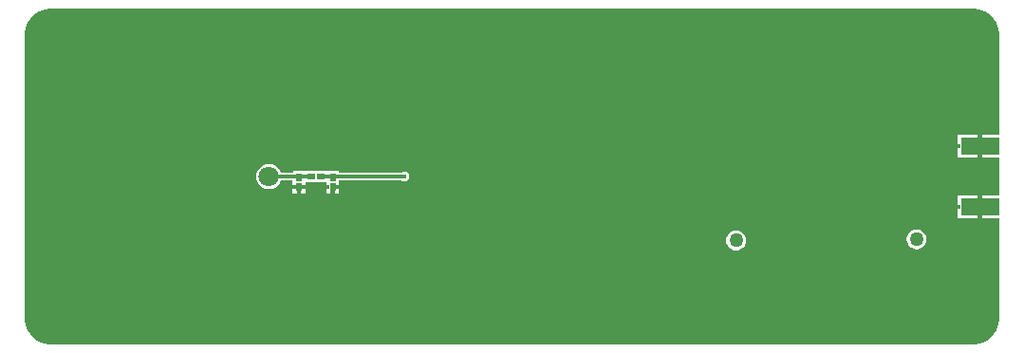
<source format=gbr>
G04*
G04 #@! TF.GenerationSoftware,Altium Limited,Altium Designer,24.9.1 (31)*
G04*
G04 Layer_Physical_Order=4*
G04 Layer_Color=16711680*
%FSLAX25Y25*%
%MOIN*%
G70*
G04*
G04 #@! TF.SameCoordinates,BE83DA22-E0C5-4DDF-BF2C-7847B46FCBB1*
G04*
G04*
G04 #@! TF.FilePolarity,Positive*
G04*
G01*
G75*
%ADD17R,0.02598X0.02441*%
%ADD18R,0.02441X0.02598*%
%ADD25R,0.13780X0.05906*%
%ADD52C,0.01575*%
%ADD54C,0.01181*%
%ADD57C,0.07087*%
%ADD58C,0.21654*%
%ADD59C,0.01772*%
%ADD60C,0.05000*%
G36*
X332677Y118110D02*
X333647Y118110D01*
X335548Y117732D01*
X337339Y116990D01*
X338951Y115913D01*
X340322Y114542D01*
X341400Y112930D01*
X342141Y111139D01*
X342520Y109237D01*
X342520Y108268D01*
X342520D01*
X342520Y108268D01*
X342520Y73638D01*
X336380D01*
Y72518D01*
X334880D01*
Y73638D01*
X327740D01*
Y70435D01*
X328860D01*
Y68935D01*
X327740D01*
Y65732D01*
X334880D01*
Y66852D01*
X336380D01*
Y65732D01*
X342520D01*
Y52378D01*
X336380D01*
Y51258D01*
X334880D01*
Y52378D01*
X327740D01*
Y49175D01*
X328860D01*
Y47675D01*
X327740D01*
Y44472D01*
X334880D01*
Y45592D01*
X336380D01*
Y44472D01*
X342520D01*
X342520Y9843D01*
X342520Y8873D01*
X342141Y6972D01*
X341400Y5180D01*
X340322Y3568D01*
X338951Y2197D01*
X337339Y1120D01*
X335548Y378D01*
X333646Y-0D01*
X332677Y0D01*
X9843D01*
X8873Y-0D01*
X6972Y378D01*
X5180Y1120D01*
X3568Y2197D01*
X2197Y3568D01*
X1120Y5180D01*
X378Y6972D01*
X0Y8873D01*
X0Y9843D01*
X0Y9843D01*
Y108268D01*
Y109237D01*
X378Y111139D01*
X1120Y112930D01*
X2197Y114542D01*
X3568Y115913D01*
X5180Y116990D01*
X6972Y117732D01*
X8873Y118110D01*
X9843D01*
X9843Y118110D01*
X332677Y118110D01*
D02*
G37*
%LPC*%
G36*
X85827Y63503D02*
X84676Y63351D01*
X83603Y62907D01*
X82682Y62200D01*
X81975Y61279D01*
X81531Y60206D01*
X81379Y59055D01*
X81531Y57904D01*
X81975Y56831D01*
X82682Y55910D01*
X83603Y55203D01*
X84676Y54759D01*
X85827Y54608D01*
X86978Y54759D01*
X88051Y55203D01*
X88972Y55910D01*
X89678Y56831D01*
X89984Y57570D01*
X94236D01*
Y56104D01*
X95356D01*
Y54604D01*
X94236D01*
Y53055D01*
X95707D01*
Y54175D01*
X97207D01*
Y53055D01*
X98677D01*
Y54604D01*
X97557D01*
Y56104D01*
X98677D01*
Y56968D01*
X106047D01*
Y56104D01*
X107167D01*
Y54604D01*
X106047D01*
Y53055D01*
X107518D01*
Y54175D01*
X109018D01*
Y53055D01*
X110488D01*
Y54604D01*
X109368D01*
Y56104D01*
X110488D01*
Y57570D01*
X132534D01*
X132781Y57405D01*
X133465Y57269D01*
X134148Y57405D01*
X134728Y57792D01*
X135115Y58372D01*
X135251Y59055D01*
X135115Y59739D01*
X134728Y60318D01*
X134148Y60705D01*
X133465Y60841D01*
X132781Y60705D01*
X132534Y60540D01*
X110354D01*
Y60984D01*
X106260D01*
Y61142D01*
X98465D01*
Y60984D01*
X94370D01*
Y60540D01*
X89984D01*
X89678Y61279D01*
X88972Y62200D01*
X88051Y62907D01*
X86978Y63351D01*
X85827Y63503D01*
D02*
G37*
G36*
X313386Y40538D02*
X312472Y40418D01*
X311621Y40065D01*
X310890Y39504D01*
X310329Y38773D01*
X309976Y37922D01*
X309856Y37008D01*
X309976Y36094D01*
X310329Y35243D01*
X310890Y34512D01*
X311621Y33951D01*
X312472Y33598D01*
X313386Y33478D01*
X314300Y33598D01*
X315151Y33951D01*
X315882Y34512D01*
X316443Y35243D01*
X316796Y36094D01*
X316916Y37008D01*
X316796Y37922D01*
X316443Y38773D01*
X315882Y39504D01*
X315151Y40065D01*
X314300Y40418D01*
X313386Y40538D01*
D02*
G37*
G36*
X250000Y40144D02*
X249086Y40024D01*
X248235Y39671D01*
X247504Y39110D01*
X246943Y38379D01*
X246590Y37528D01*
X246470Y36614D01*
X246590Y35701D01*
X246943Y34849D01*
X247504Y34118D01*
X248235Y33557D01*
X249086Y33204D01*
X250000Y33084D01*
X250914Y33204D01*
X251765Y33557D01*
X252496Y34118D01*
X253057Y34849D01*
X253410Y35701D01*
X253530Y36614D01*
X253410Y37528D01*
X253057Y38379D01*
X252496Y39110D01*
X251765Y39671D01*
X250914Y40024D01*
X250000Y40144D01*
D02*
G37*
%LPD*%
D17*
X100630Y59055D02*
D03*
X104095D02*
D03*
D18*
X96457Y58819D02*
D03*
Y55354D02*
D03*
X108268Y58819D02*
D03*
Y55354D02*
D03*
D25*
X335630Y69685D02*
D03*
Y48425D02*
D03*
D52*
X341600Y54400D02*
D03*
X154500Y29000D02*
D03*
X148500Y28000D02*
D03*
X112000Y54000D02*
D03*
X104500D02*
D03*
X108500Y51000D02*
D03*
X100500Y53500D02*
D03*
X93000Y54000D02*
D03*
X96500Y51500D02*
D03*
X177500Y53500D02*
D03*
X171000D02*
D03*
X174000Y52500D02*
D03*
X177500Y65000D02*
D03*
X171000D02*
D03*
X174000Y65500D02*
D03*
X282500Y65000D02*
D03*
X276000D02*
D03*
X279000Y65500D02*
D03*
X282500Y53500D02*
D03*
X276000D02*
D03*
X279000Y52500D02*
D03*
X212500Y65000D02*
D03*
X206000D02*
D03*
X209000Y65500D02*
D03*
X206000Y53000D02*
D03*
X213000Y53500D02*
D03*
X209000Y52500D02*
D03*
X151500Y56300D02*
D03*
X153936Y56251D02*
D03*
X156508Y56149D02*
D03*
X159083D02*
D03*
X160492Y53993D02*
D03*
X161061Y51482D02*
D03*
X160981Y48909D02*
D03*
X160157Y46469D02*
D03*
X158592Y44425D02*
D03*
X156441Y43011D02*
D03*
X153894Y42633D02*
D03*
X151355Y43064D02*
D03*
X148853Y42458D02*
D03*
X146383Y43185D02*
D03*
X144278Y44668D02*
D03*
X142821Y46790D02*
D03*
X142133Y49272D02*
D03*
X142089Y51846D02*
D03*
X142670Y54354D02*
D03*
X144517Y56149D02*
D03*
X147092D02*
D03*
X149200Y56100D02*
D03*
X192475Y61476D02*
D03*
X192015Y58943D02*
D03*
X202903Y56730D02*
D03*
X205455Y56385D02*
D03*
X205720Y61725D02*
D03*
X203169Y61380D02*
D03*
X178359Y61725D02*
D03*
X179341Y56538D02*
D03*
X189444Y56973D02*
D03*
X189678Y59537D02*
D03*
X285346Y61380D02*
D03*
X282795Y61725D02*
D03*
X282441Y56385D02*
D03*
X284993Y56730D02*
D03*
X295055Y56973D02*
D03*
X295288Y59537D02*
D03*
X340310Y63694D02*
D03*
X337736D02*
D03*
X335161D02*
D03*
X332586D02*
D03*
X330011D02*
D03*
X327499Y63127D02*
D03*
X325608Y61380D02*
D03*
X323033D02*
D03*
X320480Y61716D02*
D03*
X317908Y61824D02*
D03*
X315333Y61864D02*
D03*
X312760Y61962D02*
D03*
X310186D02*
D03*
X307651Y61510D02*
D03*
X297716Y60790D02*
D03*
X297625Y58217D02*
D03*
X306804Y56586D02*
D03*
X309341Y56149D02*
D03*
X311915Y56214D02*
D03*
X314489Y56149D02*
D03*
X322180Y56730D02*
D03*
X324755D02*
D03*
X327128Y55731D02*
D03*
X329342Y54416D02*
D03*
X331917D02*
D03*
X334492D02*
D03*
X337066D02*
D03*
X339300Y54400D02*
D03*
X233890Y62115D02*
D03*
X231316Y62178D02*
D03*
X228814Y61568D02*
D03*
X226283Y62040D02*
D03*
X223784Y61419D02*
D03*
X221268Y61962D02*
D03*
X218693D02*
D03*
X216119Y61886D02*
D03*
X213549Y61725D02*
D03*
X213985Y56460D02*
D03*
X216541Y56149D02*
D03*
X219116Y56153D02*
D03*
X221691Y56149D02*
D03*
X229343Y56501D02*
D03*
X231854Y55932D02*
D03*
X234429D02*
D03*
X236995Y56150D02*
D03*
X239533Y56582D02*
D03*
X242108D02*
D03*
X244335Y57873D02*
D03*
X244293Y60448D02*
D03*
X236860Y62050D02*
D03*
X84229Y64053D02*
D03*
X82048Y62684D02*
D03*
X80781Y60443D02*
D03*
X80717Y57869D02*
D03*
X81900Y55582D02*
D03*
X84032Y54138D02*
D03*
X86594Y53882D02*
D03*
X88969Y54875D02*
D03*
X90755Y56730D02*
D03*
X93330D02*
D03*
X100884Y56149D02*
D03*
X103458D02*
D03*
X110994Y56730D02*
D03*
X113568D02*
D03*
X116143D02*
D03*
X118718D02*
D03*
X121293D02*
D03*
X123868D02*
D03*
X126443D02*
D03*
X129017D02*
D03*
X131592D02*
D03*
X134162Y56577D02*
D03*
X136732Y56730D02*
D03*
X136857Y54158D02*
D03*
X137439Y51650D02*
D03*
X137528Y49077D02*
D03*
X137987Y46543D02*
D03*
X138986Y44170D02*
D03*
X140466Y42063D02*
D03*
X142328Y40285D02*
D03*
X148668Y36188D02*
D03*
Y33613D02*
D03*
X148689Y31039D02*
D03*
X154481Y31839D02*
D03*
X154337Y34409D02*
D03*
X154481Y36980D02*
D03*
X159117Y39192D02*
D03*
X161243Y40645D02*
D03*
X163044Y42484D02*
D03*
X164428Y44656D02*
D03*
X165292Y47081D02*
D03*
X165665Y49629D02*
D03*
X165711Y52203D02*
D03*
X166292Y54712D02*
D03*
X167891Y56730D02*
D03*
X170443Y56385D02*
D03*
X170863Y61725D02*
D03*
X168312Y61380D02*
D03*
X165737D02*
D03*
X163197Y61804D02*
D03*
X160626Y61939D02*
D03*
X158051Y61962D02*
D03*
X155477D02*
D03*
X147788D02*
D03*
X145213D02*
D03*
X142638D02*
D03*
X140068Y61804D02*
D03*
X137522Y61424D02*
D03*
X134947Y61380D02*
D03*
X132372D02*
D03*
X129798D02*
D03*
X127223D02*
D03*
X124648D02*
D03*
X122073D02*
D03*
X119498D02*
D03*
X116924D02*
D03*
X114349D02*
D03*
X111774D02*
D03*
X109234Y61804D02*
D03*
X106661Y61727D02*
D03*
X104096Y61962D02*
D03*
X101522D02*
D03*
X98948Y61885D02*
D03*
X96374Y61804D02*
D03*
X93835Y61380D02*
D03*
X91260D02*
D03*
X89265Y63008D02*
D03*
X86972Y64179D02*
D03*
X256093Y67158D02*
D03*
X253558Y66708D02*
D03*
X250984Y66647D02*
D03*
X248409D02*
D03*
X246554Y64861D02*
D03*
X246964Y62319D02*
D03*
X259694Y61284D02*
D03*
X262269Y61267D02*
D03*
X264844D02*
D03*
X267411Y61465D02*
D03*
X268235Y59026D02*
D03*
X270155Y57311D02*
D03*
X272664Y56730D02*
D03*
X275215Y56385D02*
D03*
X275900Y61800D02*
D03*
X273570Y61380D02*
D03*
X271760Y63212D02*
D03*
X270328Y65352D02*
D03*
X267978Y66404D02*
D03*
X265493Y67080D02*
D03*
X262919Y67015D02*
D03*
X260346Y67080D02*
D03*
X258300Y67100D02*
D03*
D54*
X108504Y59055D02*
X133465D01*
X108268Y58819D02*
X108504Y59055D01*
X108031D02*
X108268Y58819D01*
X104095Y59055D02*
X108031D01*
X96693D02*
X100630D01*
X96457Y58819D02*
X96693Y59055D01*
X96220D02*
X96457Y58819D01*
X85827Y59055D02*
X96220D01*
D57*
X85827D02*
D03*
D58*
X322835Y19685D02*
D03*
Y98425D02*
D03*
X15748Y59055D02*
D03*
D59*
X257874Y49213D02*
D03*
X334646Y108268D02*
D03*
Y84646D02*
D03*
Y37402D02*
D03*
Y13779D02*
D03*
X328740Y1968D02*
D03*
X322834Y84646D02*
D03*
X316929Y72834D02*
D03*
Y1968D02*
D03*
X311023Y108268D02*
D03*
X305118Y96457D02*
D03*
X311023Y84646D02*
D03*
X305118Y72834D02*
D03*
Y49213D02*
D03*
X311023Y13779D02*
D03*
X305118Y1968D02*
D03*
X299213Y108268D02*
D03*
X293307Y96457D02*
D03*
X299213Y84646D02*
D03*
X293307Y72834D02*
D03*
Y49213D02*
D03*
Y1968D02*
D03*
X287402Y108268D02*
D03*
Y84646D02*
D03*
X281496Y72834D02*
D03*
Y49213D02*
D03*
Y1968D02*
D03*
X275590Y108268D02*
D03*
Y84646D02*
D03*
X269685Y72834D02*
D03*
Y49213D02*
D03*
Y1968D02*
D03*
X263779Y108268D02*
D03*
X257874Y96457D02*
D03*
X263779Y84646D02*
D03*
X257874Y72834D02*
D03*
X263779Y13779D02*
D03*
X257874Y1968D02*
D03*
X251968Y108268D02*
D03*
X246063Y96457D02*
D03*
X251968Y84646D02*
D03*
X246063Y72834D02*
D03*
Y49213D02*
D03*
Y1968D02*
D03*
X240157Y108268D02*
D03*
X234252Y96457D02*
D03*
X240157Y84646D02*
D03*
X234252Y72834D02*
D03*
Y49213D02*
D03*
Y25591D02*
D03*
Y1968D02*
D03*
X228346Y108268D02*
D03*
X222441Y96457D02*
D03*
X228346Y84646D02*
D03*
X222441Y72834D02*
D03*
Y49213D02*
D03*
Y25591D02*
D03*
Y1968D02*
D03*
X216535Y108268D02*
D03*
X210630Y96457D02*
D03*
X216535Y84646D02*
D03*
X210630Y72834D02*
D03*
Y49213D02*
D03*
X216535Y37402D02*
D03*
X210630Y25591D02*
D03*
Y1968D02*
D03*
X204724Y108268D02*
D03*
X198819Y96457D02*
D03*
X204724Y84646D02*
D03*
X198819Y72834D02*
D03*
Y49213D02*
D03*
X204724Y37402D02*
D03*
X198819Y25591D02*
D03*
Y1968D02*
D03*
X192913Y108268D02*
D03*
X187008Y96457D02*
D03*
X192913Y84646D02*
D03*
X187008Y72834D02*
D03*
Y49213D02*
D03*
X192913Y37402D02*
D03*
X187008Y25591D02*
D03*
X192913Y13779D02*
D03*
X187008Y1968D02*
D03*
X181102Y108268D02*
D03*
X175197Y96457D02*
D03*
X181102Y84646D02*
D03*
X175197Y72834D02*
D03*
Y49213D02*
D03*
X181102Y37402D02*
D03*
X175197Y25591D02*
D03*
X181102Y13779D02*
D03*
X175197Y1968D02*
D03*
X169291Y108268D02*
D03*
Y84646D02*
D03*
X163386Y72834D02*
D03*
X169291Y37402D02*
D03*
X163386Y25591D02*
D03*
X169291Y13779D02*
D03*
X163386Y1968D02*
D03*
X157480Y108268D02*
D03*
Y84646D02*
D03*
X151575Y72834D02*
D03*
Y49213D02*
D03*
X157480Y37402D02*
D03*
X151575Y25591D02*
D03*
X157480Y13779D02*
D03*
X151575Y1968D02*
D03*
X145669Y108268D02*
D03*
X139764Y96457D02*
D03*
X145669Y84646D02*
D03*
X139764Y72834D02*
D03*
X145669Y37402D02*
D03*
X139764Y25591D02*
D03*
X145669Y13779D02*
D03*
X139764Y1968D02*
D03*
X133858Y108268D02*
D03*
Y84646D02*
D03*
X127953Y72834D02*
D03*
Y49213D02*
D03*
X133858Y37402D02*
D03*
Y13779D02*
D03*
X127953Y1968D02*
D03*
X116142Y72834D02*
D03*
Y49213D02*
D03*
Y1968D02*
D03*
X104331Y72834D02*
D03*
Y49213D02*
D03*
Y1968D02*
D03*
X98425Y108268D02*
D03*
X92520Y96457D02*
D03*
X98425Y84646D02*
D03*
X92520Y72834D02*
D03*
Y49213D02*
D03*
X98425Y37402D02*
D03*
X92520Y25591D02*
D03*
X98425Y13779D02*
D03*
X92520Y1968D02*
D03*
X86614Y108268D02*
D03*
X80709Y96457D02*
D03*
X86614Y84646D02*
D03*
X80709Y72834D02*
D03*
Y49213D02*
D03*
X86614Y37402D02*
D03*
X80709Y25591D02*
D03*
X86614Y13779D02*
D03*
X80709Y1968D02*
D03*
X74803Y108268D02*
D03*
X68898Y96457D02*
D03*
X74803Y84646D02*
D03*
X68898Y72834D02*
D03*
X74803Y61023D02*
D03*
X68898Y49213D02*
D03*
X74803Y37402D02*
D03*
X68898Y25591D02*
D03*
X74803Y13779D02*
D03*
X68898Y1968D02*
D03*
X62992Y108268D02*
D03*
Y84646D02*
D03*
X57087Y72834D02*
D03*
X62992Y61023D02*
D03*
X57087Y49213D02*
D03*
X62992Y37402D02*
D03*
Y13779D02*
D03*
X57087Y1968D02*
D03*
X45276Y72834D02*
D03*
X51181Y61023D02*
D03*
X45276Y49213D02*
D03*
Y1968D02*
D03*
X33465Y72834D02*
D03*
X39370Y61023D02*
D03*
X33465Y49213D02*
D03*
Y1968D02*
D03*
X27559Y108268D02*
D03*
X21654Y96457D02*
D03*
X27559Y84646D02*
D03*
X21654Y72834D02*
D03*
X27559Y37402D02*
D03*
X21654Y25591D02*
D03*
X27559Y13779D02*
D03*
X21654Y1968D02*
D03*
X15748Y108268D02*
D03*
X9843Y96457D02*
D03*
X15748Y84646D02*
D03*
X9843Y72834D02*
D03*
X15748Y37402D02*
D03*
X9843Y25591D02*
D03*
X15748Y13779D02*
D03*
X9843Y1968D02*
D03*
X133465Y59055D02*
D03*
D60*
X313386Y37008D02*
D03*
X250000Y36614D02*
D03*
M02*

</source>
